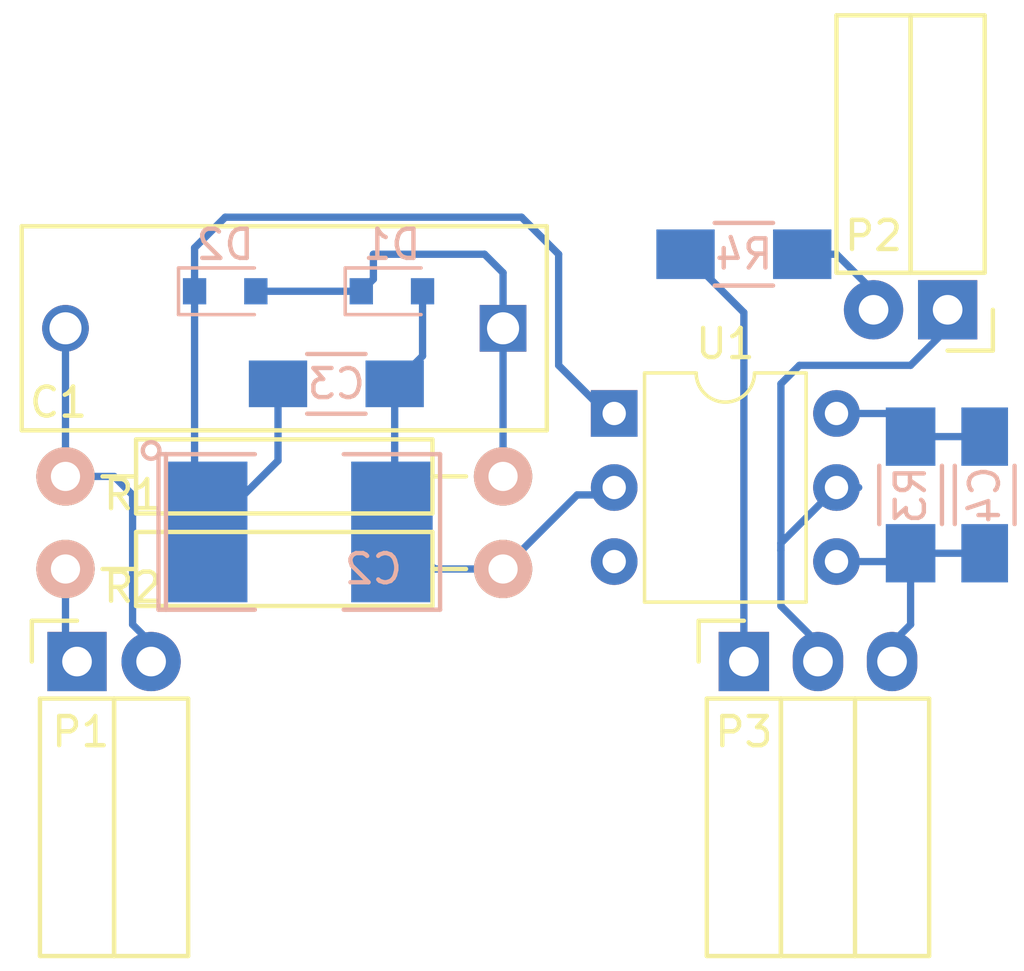
<source format=kicad_pcb>
(kicad_pcb (version 4) (host pcbnew 4.0.5)

  (general
    (links 22)
    (no_connects 0)
    (area 122.454999 83.154999 158.393097 116.870001)
    (thickness 1.6)
    (drawings 4)
    (tracks 62)
    (zones 0)
    (modules 14)
    (nets 11)
  )

  (page A4)
  (layers
    (0 F.Cu signal)
    (31 B.Cu signal)
    (32 B.Adhes user)
    (33 F.Adhes user)
    (34 B.Paste user)
    (35 F.Paste user)
    (36 B.SilkS user)
    (37 F.SilkS user)
    (38 B.Mask user)
    (39 F.Mask user)
    (40 Dwgs.User user)
    (41 Cmts.User user)
    (42 Eco1.User user)
    (43 Eco2.User user)
    (44 Edge.Cuts user)
    (45 Margin user)
    (46 B.CrtYd user)
    (47 F.CrtYd user)
    (48 B.Fab user)
    (49 F.Fab user)
  )

  (setup
    (last_trace_width 0.25)
    (trace_clearance 0.2)
    (zone_clearance 0.508)
    (zone_45_only no)
    (trace_min 0.2)
    (segment_width 0.2)
    (edge_width 0.15)
    (via_size 0.6)
    (via_drill 0.4)
    (via_min_size 0.4)
    (via_min_drill 0.3)
    (uvia_size 0.3)
    (uvia_drill 0.1)
    (uvias_allowed no)
    (uvia_min_size 0.2)
    (uvia_min_drill 0.1)
    (pcb_text_width 0.3)
    (pcb_text_size 1.5 1.5)
    (mod_edge_width 0.15)
    (mod_text_size 1 1)
    (mod_text_width 0.15)
    (pad_size 2.032 2.032)
    (pad_drill 1.016)
    (pad_to_mask_clearance 0.2)
    (aux_axis_origin 0 0)
    (visible_elements 7FFFFFFF)
    (pcbplotparams
      (layerselection 0x00030_80000001)
      (usegerberextensions false)
      (excludeedgelayer true)
      (linewidth 0.100000)
      (plotframeref false)
      (viasonmask false)
      (mode 1)
      (useauxorigin false)
      (hpglpennumber 1)
      (hpglpenspeed 20)
      (hpglpendiameter 15)
      (hpglpenoverlay 2)
      (psnegative false)
      (psa4output false)
      (plotreference true)
      (plotvalue true)
      (plotinvisibletext false)
      (padsonsilk false)
      (subtractmaskfromsilk false)
      (outputformat 1)
      (mirror false)
      (drillshape 1)
      (scaleselection 1)
      (outputdirectory ""))
  )

  (net 0 "")
  (net 1 "Net-(C1-Pad1)")
  (net 2 "Net-(C1-Pad2)")
  (net 3 "Net-(C2-Pad2)")
  (net 4 "Net-(C2-Pad1)")
  (net 5 "Net-(C4-Pad1)")
  (net 6 "Net-(C4-Pad2)")
  (net 7 "Net-(P1-Pad2)")
  (net 8 "Net-(P2-Pad1)")
  (net 9 "Net-(P2-Pad2)")
  (net 10 "Net-(P3-Pad1)")

  (net_class Default "Это класс цепей по умолчанию."
    (clearance 0.2)
    (trace_width 0.25)
    (via_dia 0.6)
    (via_drill 0.4)
    (uvia_dia 0.3)
    (uvia_drill 0.1)
    (add_net "Net-(C1-Pad1)")
    (add_net "Net-(C1-Pad2)")
    (add_net "Net-(C2-Pad1)")
    (add_net "Net-(C2-Pad2)")
    (add_net "Net-(C4-Pad1)")
    (add_net "Net-(C4-Pad2)")
    (add_net "Net-(P1-Pad2)")
    (add_net "Net-(P2-Pad1)")
    (add_net "Net-(P2-Pad2)")
    (add_net "Net-(P3-Pad1)")
  )

  (module Capacitors_THT:C_Rect_L18_W7_P15 (layer F.Cu) (tedit 5872C5A6) (tstamp 58727D62)
    (at 139.7 94.615 180)
    (descr "Film Capacitor Length 18mm x Width 7mm, Pitch 15mm")
    (tags Capacitor)
    (path /587226CD)
    (fp_text reference C1 (at 15.24 -2.54 180) (layer F.SilkS)
      (effects (font (size 1 1) (thickness 0.15)))
    )
    (fp_text value 0.15uF (at 13.97 2.54 180) (layer F.Fab)
      (effects (font (size 1 1) (thickness 0.15)))
    )
    (fp_line (start -1.75 -3.75) (end 16.75 -3.75) (layer F.CrtYd) (width 0.05))
    (fp_line (start 16.75 -3.75) (end 16.75 3.75) (layer F.CrtYd) (width 0.05))
    (fp_line (start 16.75 3.75) (end -1.75 3.75) (layer F.CrtYd) (width 0.05))
    (fp_line (start -1.75 3.75) (end -1.75 -3.75) (layer F.CrtYd) (width 0.05))
    (fp_line (start -1.5 -3.5) (end 16.5 -3.5) (layer F.SilkS) (width 0.15))
    (fp_line (start 16.5 -3.5) (end 16.5 3.5) (layer F.SilkS) (width 0.15))
    (fp_line (start 16.5 3.5) (end -1.5 3.5) (layer F.SilkS) (width 0.15))
    (fp_line (start -1.5 3.5) (end -1.5 -3.5) (layer F.SilkS) (width 0.15))
    (pad 1 thru_hole rect (at 0 0 180) (size 1.6 1.6) (drill 1.1) (layers *.Cu *.Mask)
      (net 1 "Net-(C1-Pad1)"))
    (pad 2 thru_hole circle (at 15 0 180) (size 1.6 1.6) (drill 1.1) (layers *.Cu *.Mask)
      (net 2 "Net-(C1-Pad2)"))
  )

  (module SMD_Packages:SMD-2112_Pol (layer B.Cu) (tedit 5872C5DD) (tstamp 58727D68)
    (at 132.715 101.6)
    (path /58722854)
    (attr smd)
    (fp_text reference C2 (at 2.54 1.27) (layer B.SilkS)
      (effects (font (size 1 1) (thickness 0.15)) (justify mirror))
    )
    (fp_text value 10,0 (at 1.905 -1.27) (layer B.Fab) hide
      (effects (font (size 1 1) (thickness 0.15)) (justify mirror))
    )
    (fp_circle (center -5.08 -2.794) (end -4.826 -2.667) (layer B.SilkS) (width 0.15))
    (fp_line (start -4.572 2.667) (end -4.572 -2.667) (layer B.SilkS) (width 0.15))
    (fp_line (start -4.826 2.667) (end -4.826 -2.667) (layer B.SilkS) (width 0.15))
    (fp_line (start -1.524 -2.667) (end -4.826 -2.667) (layer B.SilkS) (width 0.15))
    (fp_line (start -1.524 2.667) (end -4.826 2.667) (layer B.SilkS) (width 0.15))
    (fp_line (start 1.524 2.667) (end 4.826 2.667) (layer B.SilkS) (width 0.15))
    (fp_line (start 4.826 2.667) (end 4.826 -2.667) (layer B.SilkS) (width 0.15))
    (fp_line (start 4.826 -2.667) (end 1.524 -2.667) (layer B.SilkS) (width 0.15))
    (pad 2 smd rect (at 3.175 0) (size 2.794 4.826) (layers B.Cu B.Paste B.Mask)
      (net 3 "Net-(C2-Pad2)"))
    (pad 1 smd rect (at -3.175 0) (size 2.794 4.826) (layers B.Cu B.Paste B.Mask)
      (net 4 "Net-(C2-Pad1)"))
    (model SMD_Packages.3dshapes/SMD-2112_Pol.wrl
      (at (xyz 0 0 0))
      (scale (xyz 0.3 0.4 0.4))
      (rotate (xyz 0 0 0))
    )
  )

  (module Capacitors_SMD:C_1206_HandSoldering (layer B.Cu) (tedit 5872C5CB) (tstamp 58727D6E)
    (at 133.985 96.52)
    (descr "Capacitor SMD 1206, hand soldering")
    (tags "capacitor 1206")
    (path /587228A9)
    (attr smd)
    (fp_text reference C3 (at 0 0) (layer B.SilkS)
      (effects (font (size 1 1) (thickness 0.15)) (justify mirror))
    )
    (fp_text value 0,1 (at 4.445 0) (layer B.Fab) hide
      (effects (font (size 1 1) (thickness 0.15)) (justify mirror))
    )
    (fp_line (start -1.6 -0.8) (end -1.6 0.8) (layer B.Fab) (width 0.15))
    (fp_line (start 1.6 -0.8) (end -1.6 -0.8) (layer B.Fab) (width 0.15))
    (fp_line (start 1.6 0.8) (end 1.6 -0.8) (layer B.Fab) (width 0.15))
    (fp_line (start -1.6 0.8) (end 1.6 0.8) (layer B.Fab) (width 0.15))
    (fp_line (start -3.3 1.15) (end 3.3 1.15) (layer B.CrtYd) (width 0.05))
    (fp_line (start -3.3 -1.15) (end 3.3 -1.15) (layer B.CrtYd) (width 0.05))
    (fp_line (start -3.3 1.15) (end -3.3 -1.15) (layer B.CrtYd) (width 0.05))
    (fp_line (start 3.3 1.15) (end 3.3 -1.15) (layer B.CrtYd) (width 0.05))
    (fp_line (start 1 1.025) (end -1 1.025) (layer B.SilkS) (width 0.15))
    (fp_line (start -1 -1.025) (end 1 -1.025) (layer B.SilkS) (width 0.15))
    (pad 1 smd rect (at -2 0) (size 2 1.6) (layers B.Cu B.Paste B.Mask)
      (net 4 "Net-(C2-Pad1)"))
    (pad 2 smd rect (at 2 0) (size 2 1.6) (layers B.Cu B.Paste B.Mask)
      (net 3 "Net-(C2-Pad2)"))
    (model Capacitors_SMD.3dshapes/C_1206_HandSoldering.wrl
      (at (xyz 0 0 0))
      (scale (xyz 1 1 1))
      (rotate (xyz 0 0 0))
    )
  )

  (module Capacitors_SMD:C_1206_HandSoldering (layer B.Cu) (tedit 5872C7E4) (tstamp 58727D74)
    (at 156.21 100.33 270)
    (descr "Capacitor SMD 1206, hand soldering")
    (tags "capacitor 1206")
    (path /587232CE)
    (attr smd)
    (fp_text reference C4 (at 0 0 270) (layer B.SilkS)
      (effects (font (size 1 1) (thickness 0.15)) (justify mirror))
    )
    (fp_text value 100pf (at 5.715 0 270) (layer B.Fab) hide
      (effects (font (size 1 1) (thickness 0.15)) (justify mirror))
    )
    (fp_line (start -1.6 -0.8) (end -1.6 0.8) (layer B.Fab) (width 0.15))
    (fp_line (start 1.6 -0.8) (end -1.6 -0.8) (layer B.Fab) (width 0.15))
    (fp_line (start 1.6 0.8) (end 1.6 -0.8) (layer B.Fab) (width 0.15))
    (fp_line (start -1.6 0.8) (end 1.6 0.8) (layer B.Fab) (width 0.15))
    (fp_line (start -3.3 1.15) (end 3.3 1.15) (layer B.CrtYd) (width 0.05))
    (fp_line (start -3.3 -1.15) (end 3.3 -1.15) (layer B.CrtYd) (width 0.05))
    (fp_line (start -3.3 1.15) (end -3.3 -1.15) (layer B.CrtYd) (width 0.05))
    (fp_line (start 3.3 1.15) (end 3.3 -1.15) (layer B.CrtYd) (width 0.05))
    (fp_line (start 1 1.025) (end -1 1.025) (layer B.SilkS) (width 0.15))
    (fp_line (start -1 -1.025) (end 1 -1.025) (layer B.SilkS) (width 0.15))
    (pad 1 smd rect (at -2 0 270) (size 2 1.6) (layers B.Cu B.Paste B.Mask)
      (net 5 "Net-(C4-Pad1)"))
    (pad 2 smd rect (at 2 0 270) (size 2 1.6) (layers B.Cu B.Paste B.Mask)
      (net 6 "Net-(C4-Pad2)"))
    (model Capacitors_SMD.3dshapes/C_1206_HandSoldering.wrl
      (at (xyz 0 0 0))
      (scale (xyz 1 1 1))
      (rotate (xyz 0 0 0))
    )
  )

  (module Diodes_SMD:D_0805 (layer B.Cu) (tedit 58727F12) (tstamp 58727D7A)
    (at 135.89 93.345)
    (descr "Diode SMD in 0805 package")
    (tags "smd diode")
    (path /587227B8)
    (attr smd)
    (fp_text reference D1 (at 0 -1.6) (layer B.SilkS)
      (effects (font (size 1 1) (thickness 0.15)) (justify mirror))
    )
    (fp_text value 4448 (at 0 1.6) (layer B.Fab) hide
      (effects (font (size 1 1) (thickness 0.15)) (justify mirror))
    )
    (fp_line (start -1.6 0.8) (end -1.6 -0.8) (layer B.SilkS) (width 0.12))
    (fp_line (start -1.7 -0.88) (end -1.7 0.88) (layer B.CrtYd) (width 0.05))
    (fp_line (start 1.7 -0.88) (end -1.7 -0.88) (layer B.CrtYd) (width 0.05))
    (fp_line (start 1.7 0.88) (end 1.7 -0.88) (layer B.CrtYd) (width 0.05))
    (fp_line (start -1.7 0.88) (end 1.7 0.88) (layer B.CrtYd) (width 0.05))
    (fp_line (start 0.2 0) (end 0.4 0) (layer B.Fab) (width 0.1))
    (fp_line (start -0.1 0) (end -0.3 0) (layer B.Fab) (width 0.1))
    (fp_line (start -0.1 0.2) (end -0.1 -0.2) (layer B.Fab) (width 0.1))
    (fp_line (start 0.2 -0.2) (end 0.2 0.2) (layer B.Fab) (width 0.1))
    (fp_line (start -0.1 0) (end 0.2 -0.2) (layer B.Fab) (width 0.1))
    (fp_line (start 0.2 0.2) (end -0.1 0) (layer B.Fab) (width 0.1))
    (fp_line (start -1 -0.625) (end -1 0.625) (layer B.Fab) (width 0.12))
    (fp_line (start 1 -0.625) (end -1 -0.625) (layer B.Fab) (width 0.12))
    (fp_line (start 1 0.625) (end 1 -0.625) (layer B.Fab) (width 0.12))
    (fp_line (start -1 0.625) (end 1 0.625) (layer B.Fab) (width 0.12))
    (fp_line (start -1.6 -0.8) (end 1 -0.8) (layer B.SilkS) (width 0.12))
    (fp_line (start -1.6 0.8) (end 1 0.8) (layer B.SilkS) (width 0.12))
    (pad 1 smd rect (at -1.05 0) (size 0.8 0.9) (layers B.Cu B.Paste B.Mask)
      (net 1 "Net-(C1-Pad1)"))
    (pad 2 smd rect (at 1.05 0) (size 0.8 0.9) (layers B.Cu B.Paste B.Mask)
      (net 3 "Net-(C2-Pad2)"))
  )

  (module Diodes_SMD:D_0805 (layer B.Cu) (tedit 58727F03) (tstamp 58727D80)
    (at 130.175 93.345)
    (descr "Diode SMD in 0805 package")
    (tags "smd diode")
    (path /58722803)
    (attr smd)
    (fp_text reference D2 (at 0 -1.6) (layer B.SilkS)
      (effects (font (size 1 1) (thickness 0.15)) (justify mirror))
    )
    (fp_text value 4448 (at 0 1.6) (layer B.Fab) hide
      (effects (font (size 1 1) (thickness 0.15)) (justify mirror))
    )
    (fp_line (start -1.6 0.8) (end -1.6 -0.8) (layer B.SilkS) (width 0.12))
    (fp_line (start -1.7 -0.88) (end -1.7 0.88) (layer B.CrtYd) (width 0.05))
    (fp_line (start 1.7 -0.88) (end -1.7 -0.88) (layer B.CrtYd) (width 0.05))
    (fp_line (start 1.7 0.88) (end 1.7 -0.88) (layer B.CrtYd) (width 0.05))
    (fp_line (start -1.7 0.88) (end 1.7 0.88) (layer B.CrtYd) (width 0.05))
    (fp_line (start 0.2 0) (end 0.4 0) (layer B.Fab) (width 0.1))
    (fp_line (start -0.1 0) (end -0.3 0) (layer B.Fab) (width 0.1))
    (fp_line (start -0.1 0.2) (end -0.1 -0.2) (layer B.Fab) (width 0.1))
    (fp_line (start 0.2 -0.2) (end 0.2 0.2) (layer B.Fab) (width 0.1))
    (fp_line (start -0.1 0) (end 0.2 -0.2) (layer B.Fab) (width 0.1))
    (fp_line (start 0.2 0.2) (end -0.1 0) (layer B.Fab) (width 0.1))
    (fp_line (start -1 -0.625) (end -1 0.625) (layer B.Fab) (width 0.12))
    (fp_line (start 1 -0.625) (end -1 -0.625) (layer B.Fab) (width 0.12))
    (fp_line (start 1 0.625) (end 1 -0.625) (layer B.Fab) (width 0.12))
    (fp_line (start -1 0.625) (end 1 0.625) (layer B.Fab) (width 0.12))
    (fp_line (start -1.6 -0.8) (end 1 -0.8) (layer B.SilkS) (width 0.12))
    (fp_line (start -1.6 0.8) (end 1 0.8) (layer B.SilkS) (width 0.12))
    (pad 1 smd rect (at -1.05 0) (size 0.8 0.9) (layers B.Cu B.Paste B.Mask)
      (net 4 "Net-(C2-Pad1)"))
    (pad 2 smd rect (at 1.05 0) (size 0.8 0.9) (layers B.Cu B.Paste B.Mask)
      (net 1 "Net-(C1-Pad1)"))
  )

  (module Socket_Strips:Socket_Strip_Angled_1x02 (layer F.Cu) (tedit 5872C6F6) (tstamp 58727D86)
    (at 125.095 106.045)
    (descr "Through hole socket strip")
    (tags "socket strip")
    (path /58722A38)
    (fp_text reference P1 (at 0.127 2.413) (layer F.SilkS)
      (effects (font (size 1 1) (thickness 0.15)))
    )
    (fp_text value In (at 2.667 2.413) (layer F.Fab)
      (effects (font (size 1 1) (thickness 0.15)))
    )
    (fp_line (start -1.75 -1.5) (end -1.75 10.6) (layer F.CrtYd) (width 0.05))
    (fp_line (start 4.3 -1.5) (end 4.3 10.6) (layer F.CrtYd) (width 0.05))
    (fp_line (start -1.75 -1.5) (end 4.3 -1.5) (layer F.CrtYd) (width 0.05))
    (fp_line (start -1.75 10.6) (end 4.3 10.6) (layer F.CrtYd) (width 0.05))
    (fp_line (start 3.81 10.1) (end 3.81 1.27) (layer F.SilkS) (width 0.15))
    (fp_line (start 1.27 10.1) (end 3.81 10.1) (layer F.SilkS) (width 0.15))
    (fp_line (start 1.27 1.27) (end 1.27 10.1) (layer F.SilkS) (width 0.15))
    (fp_line (start 1.27 1.27) (end 3.81 1.27) (layer F.SilkS) (width 0.15))
    (fp_line (start -1.27 1.27) (end 1.27 1.27) (layer F.SilkS) (width 0.15))
    (fp_line (start 0 -1.4) (end -1.55 -1.4) (layer F.SilkS) (width 0.15))
    (fp_line (start -1.55 -1.4) (end -1.55 0) (layer F.SilkS) (width 0.15))
    (fp_line (start -1.27 1.27) (end -1.27 10.1) (layer F.SilkS) (width 0.15))
    (fp_line (start -1.27 10.1) (end 1.27 10.1) (layer F.SilkS) (width 0.15))
    (fp_line (start 1.27 10.1) (end 1.27 1.27) (layer F.SilkS) (width 0.15))
    (pad 1 thru_hole rect (at 0 0) (size 2.032 2.032) (drill 1.016) (layers *.Cu *.Mask)
      (net 7 "Net-(P1-Pad2)"))
    (pad 2 thru_hole oval (at 2.54 0) (size 2.032 2.032) (drill 1.016) (layers *.Cu *.Mask)
      (net 2 "Net-(C1-Pad2)"))
    (model Socket_Strips.3dshapes/Socket_Strip_Angled_1x02.wrl
      (at (xyz 0.05 0 0))
      (scale (xyz 1 1 1))
      (rotate (xyz 0 0 180))
    )
  )

  (module Socket_Strips:Socket_Strip_Angled_1x02 (layer F.Cu) (tedit 5872C530) (tstamp 58727D8C)
    (at 154.94 93.98 180)
    (descr "Through hole socket strip")
    (tags "socket strip")
    (path /58722BF7)
    (fp_text reference P2 (at 2.54 2.54 180) (layer F.SilkS)
      (effects (font (size 1 1) (thickness 0.15)))
    )
    (fp_text value Led (at 0 2.54 180) (layer F.Fab)
      (effects (font (size 1 1) (thickness 0.15)))
    )
    (fp_line (start -1.75 -1.5) (end -1.75 10.6) (layer F.CrtYd) (width 0.05))
    (fp_line (start 4.3 -1.5) (end 4.3 10.6) (layer F.CrtYd) (width 0.05))
    (fp_line (start -1.75 -1.5) (end 4.3 -1.5) (layer F.CrtYd) (width 0.05))
    (fp_line (start -1.75 10.6) (end 4.3 10.6) (layer F.CrtYd) (width 0.05))
    (fp_line (start 3.81 10.1) (end 3.81 1.27) (layer F.SilkS) (width 0.15))
    (fp_line (start 1.27 10.1) (end 3.81 10.1) (layer F.SilkS) (width 0.15))
    (fp_line (start 1.27 1.27) (end 1.27 10.1) (layer F.SilkS) (width 0.15))
    (fp_line (start 1.27 1.27) (end 3.81 1.27) (layer F.SilkS) (width 0.15))
    (fp_line (start -1.27 1.27) (end 1.27 1.27) (layer F.SilkS) (width 0.15))
    (fp_line (start 0 -1.4) (end -1.55 -1.4) (layer F.SilkS) (width 0.15))
    (fp_line (start -1.55 -1.4) (end -1.55 0) (layer F.SilkS) (width 0.15))
    (fp_line (start -1.27 1.27) (end -1.27 10.1) (layer F.SilkS) (width 0.15))
    (fp_line (start -1.27 10.1) (end 1.27 10.1) (layer F.SilkS) (width 0.15))
    (fp_line (start 1.27 10.1) (end 1.27 1.27) (layer F.SilkS) (width 0.15))
    (pad 1 thru_hole rect (at 0 0 180) (size 2.032 2.032) (drill 1.016) (layers *.Cu *.Mask)
      (net 8 "Net-(P2-Pad1)"))
    (pad 2 thru_hole oval (at 2.54 0 180) (size 2.032 2.032) (drill 1.016) (layers *.Cu *.Mask)
      (net 9 "Net-(P2-Pad2)"))
    (model Socket_Strips.3dshapes/Socket_Strip_Angled_1x02.wrl
      (at (xyz 0.05 0 0))
      (scale (xyz 1 1 1))
      (rotate (xyz 0 0 180))
    )
  )

  (module Socket_Strips:Socket_Strip_Angled_1x03 (layer F.Cu) (tedit 5872C3B9) (tstamp 58727D93)
    (at 147.955 106.045)
    (descr "Through hole socket strip")
    (tags "socket strip")
    (path /58722B6A)
    (fp_text reference P3 (at 0 2.413) (layer F.SilkS)
      (effects (font (size 1 1) (thickness 0.15)))
    )
    (fp_text value Out (at 2.54 2.413) (layer F.Fab)
      (effects (font (size 1 1) (thickness 0.15)))
    )
    (fp_line (start -1.75 -1.5) (end -1.75 10.6) (layer F.CrtYd) (width 0.05))
    (fp_line (start 6.85 -1.5) (end 6.85 10.6) (layer F.CrtYd) (width 0.05))
    (fp_line (start -1.75 -1.5) (end 6.85 -1.5) (layer F.CrtYd) (width 0.05))
    (fp_line (start -1.75 10.6) (end 6.85 10.6) (layer F.CrtYd) (width 0.05))
    (fp_line (start 3.81 1.27) (end 6.35 1.27) (layer F.SilkS) (width 0.15))
    (fp_line (start 3.81 10.1) (end 6.35 10.1) (layer F.SilkS) (width 0.15))
    (fp_line (start 6.35 10.1) (end 6.35 1.27) (layer F.SilkS) (width 0.15))
    (fp_line (start 3.81 10.1) (end 3.81 1.27) (layer F.SilkS) (width 0.15))
    (fp_line (start 1.27 10.1) (end 3.81 10.1) (layer F.SilkS) (width 0.15))
    (fp_line (start 1.27 1.27) (end 1.27 10.1) (layer F.SilkS) (width 0.15))
    (fp_line (start 1.27 1.27) (end 3.81 1.27) (layer F.SilkS) (width 0.15))
    (fp_line (start -1.27 1.27) (end 1.27 1.27) (layer F.SilkS) (width 0.15))
    (fp_line (start 0 -1.4) (end -1.55 -1.4) (layer F.SilkS) (width 0.15))
    (fp_line (start -1.55 -1.4) (end -1.55 0) (layer F.SilkS) (width 0.15))
    (fp_line (start -1.27 1.27) (end -1.27 10.1) (layer F.SilkS) (width 0.15))
    (fp_line (start -1.27 10.1) (end 1.27 10.1) (layer F.SilkS) (width 0.15))
    (fp_line (start 1.27 10.1) (end 1.27 1.27) (layer F.SilkS) (width 0.15))
    (pad 1 thru_hole rect (at 0 0) (size 1.7272 2.032) (drill 1.016) (layers *.Cu *.Mask)
      (net 10 "Net-(P3-Pad1)"))
    (pad 2 thru_hole oval (at 2.54 0) (size 1.7272 2.032) (drill 1.016) (layers *.Cu *.Mask)
      (net 8 "Net-(P2-Pad1)"))
    (pad 3 thru_hole oval (at 5.08 0) (size 1.7272 2.032) (drill 1.016) (layers *.Cu *.Mask)
      (net 6 "Net-(C4-Pad2)"))
    (model Socket_Strips.3dshapes/Socket_Strip_Angled_1x03.wrl
      (at (xyz 0.1 0 0))
      (scale (xyz 1 1 1))
      (rotate (xyz 0 0 180))
    )
  )

  (module Resistors_THT:Resistor_Horizontal_RM15mm (layer F.Cu) (tedit 5872C590) (tstamp 58727D99)
    (at 139.7 99.695 180)
    (descr "Resistor, Axial, RM 15mm,")
    (tags "Resistor Axial RM 15mm")
    (path /58722739)
    (fp_text reference R1 (at 12.7 -0.635 180) (layer F.SilkS)
      (effects (font (size 1 1) (thickness 0.15)))
    )
    (fp_text value 3m (at 12.7 0.635 180) (layer F.Fab) hide
      (effects (font (size 1 1) (thickness 0.15)))
    )
    (fp_line (start -1.25 1.5) (end -1.25 -1.5) (layer F.CrtYd) (width 0.05))
    (fp_line (start -1.25 -1.5) (end 16.25 -1.5) (layer F.CrtYd) (width 0.05))
    (fp_line (start 16.25 -1.5) (end 16.25 1.5) (layer F.CrtYd) (width 0.05))
    (fp_line (start 16.25 1.5) (end -1.25 1.5) (layer F.CrtYd) (width 0.05))
    (fp_line (start 2.42 -1.27) (end 2.42 1.27) (layer F.SilkS) (width 0.15))
    (fp_line (start 2.42 1.27) (end 12.58 1.27) (layer F.SilkS) (width 0.15))
    (fp_line (start 12.58 1.27) (end 12.58 -1.27) (layer F.SilkS) (width 0.15))
    (fp_line (start 12.58 -1.27) (end 2.42 -1.27) (layer F.SilkS) (width 0.15))
    (fp_line (start 13.73 0) (end 12.58 0) (layer F.SilkS) (width 0.15))
    (fp_line (start 1.27 0) (end 2.42 0) (layer F.SilkS) (width 0.15))
    (pad 1 thru_hole circle (at 0 0 180) (size 1.99898 1.99898) (drill 1.00076) (layers *.Cu *.SilkS *.Mask)
      (net 1 "Net-(C1-Pad1)"))
    (pad 2 thru_hole circle (at 15 0 180) (size 1.99898 1.99898) (drill 1.00076) (layers *.Cu *.SilkS *.Mask)
      (net 2 "Net-(C1-Pad2)"))
    (model Resistors_ThroughHole.3dshapes/Resistor_Horizontal_RM15mm.wrl
      (at (xyz 0.295 0 0))
      (scale (xyz 0.395 0.4 0.4))
      (rotate (xyz 0 0 0))
    )
  )

  (module Resistors_THT:Resistor_Horizontal_RM15mm (layer F.Cu) (tedit 5872C57B) (tstamp 58727D9F)
    (at 139.7 102.87 180)
    (descr "Resistor, Axial, RM 15mm,")
    (tags "Resistor Axial RM 15mm")
    (path /587226F8)
    (fp_text reference R2 (at 12.7 -0.635 180) (layer F.SilkS)
      (effects (font (size 1 1) (thickness 0.15)))
    )
    (fp_text value "10k 1W" (at 6.985 -2.54 180) (layer F.Fab) hide
      (effects (font (size 1 1) (thickness 0.15)))
    )
    (fp_line (start -1.25 1.5) (end -1.25 -1.5) (layer F.CrtYd) (width 0.05))
    (fp_line (start -1.25 -1.5) (end 16.25 -1.5) (layer F.CrtYd) (width 0.05))
    (fp_line (start 16.25 -1.5) (end 16.25 1.5) (layer F.CrtYd) (width 0.05))
    (fp_line (start 16.25 1.5) (end -1.25 1.5) (layer F.CrtYd) (width 0.05))
    (fp_line (start 2.42 -1.27) (end 2.42 1.27) (layer F.SilkS) (width 0.15))
    (fp_line (start 2.42 1.27) (end 12.58 1.27) (layer F.SilkS) (width 0.15))
    (fp_line (start 12.58 1.27) (end 12.58 -1.27) (layer F.SilkS) (width 0.15))
    (fp_line (start 12.58 -1.27) (end 2.42 -1.27) (layer F.SilkS) (width 0.15))
    (fp_line (start 13.73 0) (end 12.58 0) (layer F.SilkS) (width 0.15))
    (fp_line (start 1.27 0) (end 2.42 0) (layer F.SilkS) (width 0.15))
    (pad 1 thru_hole circle (at 0 0 180) (size 1.99898 1.99898) (drill 1.00076) (layers *.Cu *.SilkS *.Mask)
      (net 3 "Net-(C2-Pad2)"))
    (pad 2 thru_hole circle (at 15 0 180) (size 1.99898 1.99898) (drill 1.00076) (layers *.Cu *.SilkS *.Mask)
      (net 7 "Net-(P1-Pad2)"))
    (model Resistors_ThroughHole.3dshapes/Resistor_Horizontal_RM15mm.wrl
      (at (xyz 0.295 0 0))
      (scale (xyz 0.395 0.4 0.4))
      (rotate (xyz 0 0 0))
    )
  )

  (module Resistors_SMD:R_1206_HandSoldering (layer B.Cu) (tedit 5872C32F) (tstamp 58727DA5)
    (at 153.67 100.33 90)
    (descr "Resistor SMD 1206, hand soldering")
    (tags "resistor 1206")
    (path /587231B1)
    (attr smd)
    (fp_text reference R3 (at 0 0 90) (layer B.SilkS)
      (effects (font (size 1 1) (thickness 0.15)) (justify mirror))
    )
    (fp_text value 470k (at 0 -2.3 90) (layer B.Fab) hide
      (effects (font (size 1 1) (thickness 0.15)) (justify mirror))
    )
    (fp_line (start -1.6 -0.8) (end -1.6 0.8) (layer B.Fab) (width 0.1))
    (fp_line (start 1.6 -0.8) (end -1.6 -0.8) (layer B.Fab) (width 0.1))
    (fp_line (start 1.6 0.8) (end 1.6 -0.8) (layer B.Fab) (width 0.1))
    (fp_line (start -1.6 0.8) (end 1.6 0.8) (layer B.Fab) (width 0.1))
    (fp_line (start -3.3 1.2) (end 3.3 1.2) (layer B.CrtYd) (width 0.05))
    (fp_line (start -3.3 -1.2) (end 3.3 -1.2) (layer B.CrtYd) (width 0.05))
    (fp_line (start -3.3 1.2) (end -3.3 -1.2) (layer B.CrtYd) (width 0.05))
    (fp_line (start 3.3 1.2) (end 3.3 -1.2) (layer B.CrtYd) (width 0.05))
    (fp_line (start 1 -1.075) (end -1 -1.075) (layer B.SilkS) (width 0.15))
    (fp_line (start -1 1.075) (end 1 1.075) (layer B.SilkS) (width 0.15))
    (pad 1 smd rect (at -2 0 90) (size 2 1.7) (layers B.Cu B.Paste B.Mask)
      (net 6 "Net-(C4-Pad2)"))
    (pad 2 smd rect (at 2 0 90) (size 2 1.7) (layers B.Cu B.Paste B.Mask)
      (net 5 "Net-(C4-Pad1)"))
    (model Resistors_SMD.3dshapes/R_1206_HandSoldering.wrl
      (at (xyz 0 0 0))
      (scale (xyz 1 1 1))
      (rotate (xyz 0 0 0))
    )
  )

  (module Resistors_SMD:R_1206_HandSoldering (layer B.Cu) (tedit 5872C39B) (tstamp 58727DAB)
    (at 147.955 92.075 180)
    (descr "Resistor SMD 1206, hand soldering")
    (tags "resistor 1206")
    (path /587229E1)
    (attr smd)
    (fp_text reference R4 (at 0 0 180) (layer B.SilkS)
      (effects (font (size 1 1) (thickness 0.15)) (justify mirror))
    )
    (fp_text value "4,7k (10ma) or 12k (2ma)" (at 0 -2.3 180) (layer B.Fab) hide
      (effects (font (size 1 1) (thickness 0.15)) (justify mirror))
    )
    (fp_line (start -1.6 -0.8) (end -1.6 0.8) (layer B.Fab) (width 0.1))
    (fp_line (start 1.6 -0.8) (end -1.6 -0.8) (layer B.Fab) (width 0.1))
    (fp_line (start 1.6 0.8) (end 1.6 -0.8) (layer B.Fab) (width 0.1))
    (fp_line (start -1.6 0.8) (end 1.6 0.8) (layer B.Fab) (width 0.1))
    (fp_line (start -3.3 1.2) (end 3.3 1.2) (layer B.CrtYd) (width 0.05))
    (fp_line (start -3.3 -1.2) (end 3.3 -1.2) (layer B.CrtYd) (width 0.05))
    (fp_line (start -3.3 1.2) (end -3.3 -1.2) (layer B.CrtYd) (width 0.05))
    (fp_line (start 3.3 1.2) (end 3.3 -1.2) (layer B.CrtYd) (width 0.05))
    (fp_line (start 1 -1.075) (end -1 -1.075) (layer B.SilkS) (width 0.15))
    (fp_line (start -1 1.075) (end 1 1.075) (layer B.SilkS) (width 0.15))
    (pad 1 smd rect (at -2 0 180) (size 2 1.7) (layers B.Cu B.Paste B.Mask)
      (net 9 "Net-(P2-Pad2)"))
    (pad 2 smd rect (at 2 0 180) (size 2 1.7) (layers B.Cu B.Paste B.Mask)
      (net 10 "Net-(P3-Pad1)"))
    (model Resistors_SMD.3dshapes/R_1206_HandSoldering.wrl
      (at (xyz 0 0 0))
      (scale (xyz 1 1 1))
      (rotate (xyz 0 0 0))
    )
  )

  (module Housings_DIP:DIP-6_W7.62mm (layer F.Cu) (tedit 5872C3CE) (tstamp 58727DB5)
    (at 143.51 97.536)
    (descr "6-lead dip package, row spacing 7.62 mm (300 mils)")
    (tags "DIL DIP PDIP 2.54mm 7.62mm 300mil")
    (path /587228F9)
    (fp_text reference U1 (at 3.81 -2.39) (layer F.SilkS)
      (effects (font (size 1 1) (thickness 0.15)))
    )
    (fp_text value 4N35 (at 3.81 4.064) (layer F.Fab)
      (effects (font (size 1 1) (thickness 0.15)))
    )
    (fp_arc (start 3.81 -1.39) (end 2.81 -1.39) (angle -180) (layer F.SilkS) (width 0.12))
    (fp_line (start 1.635 -1.27) (end 6.985 -1.27) (layer F.Fab) (width 0.1))
    (fp_line (start 6.985 -1.27) (end 6.985 6.35) (layer F.Fab) (width 0.1))
    (fp_line (start 6.985 6.35) (end 0.635 6.35) (layer F.Fab) (width 0.1))
    (fp_line (start 0.635 6.35) (end 0.635 -0.27) (layer F.Fab) (width 0.1))
    (fp_line (start 0.635 -0.27) (end 1.635 -1.27) (layer F.Fab) (width 0.1))
    (fp_line (start 2.81 -1.39) (end 1.04 -1.39) (layer F.SilkS) (width 0.12))
    (fp_line (start 1.04 -1.39) (end 1.04 6.47) (layer F.SilkS) (width 0.12))
    (fp_line (start 1.04 6.47) (end 6.58 6.47) (layer F.SilkS) (width 0.12))
    (fp_line (start 6.58 6.47) (end 6.58 -1.39) (layer F.SilkS) (width 0.12))
    (fp_line (start 6.58 -1.39) (end 4.81 -1.39) (layer F.SilkS) (width 0.12))
    (fp_line (start -1.1 -1.6) (end -1.1 6.6) (layer F.CrtYd) (width 0.05))
    (fp_line (start -1.1 6.6) (end 8.7 6.6) (layer F.CrtYd) (width 0.05))
    (fp_line (start 8.7 6.6) (end 8.7 -1.6) (layer F.CrtYd) (width 0.05))
    (fp_line (start 8.7 -1.6) (end -1.1 -1.6) (layer F.CrtYd) (width 0.05))
    (pad 1 thru_hole rect (at 0 0) (size 1.6 1.6) (drill 0.8) (layers *.Cu *.Mask)
      (net 4 "Net-(C2-Pad1)"))
    (pad 4 thru_hole oval (at 7.62 5.08) (size 1.6 1.6) (drill 0.8) (layers *.Cu *.Mask)
      (net 6 "Net-(C4-Pad2)"))
    (pad 2 thru_hole oval (at 0 2.54) (size 1.6 1.6) (drill 0.8) (layers *.Cu *.Mask)
      (net 3 "Net-(C2-Pad2)"))
    (pad 5 thru_hole oval (at 7.62 2.54) (size 1.6 1.6) (drill 0.8) (layers *.Cu *.Mask)
      (net 8 "Net-(P2-Pad1)"))
    (pad 3 thru_hole oval (at 0 5.08) (size 1.6 1.6) (drill 0.8) (layers *.Cu *.Mask))
    (pad 6 thru_hole oval (at 7.62 0) (size 1.6 1.6) (drill 0.8) (layers *.Cu *.Mask)
      (net 5 "Net-(C4-Pad1)"))
    (model Housings_DIP.3dshapes/DIP-6_W7.62mm.wrl
      (at (xyz 0 0 0))
      (scale (xyz 1 1 1))
      (rotate (xyz 0 0 0))
    )
  )

  (gr_line (start 122.555 109.855) (end 122.555 90.17) (angle 90) (layer Margin) (width 0.2))
  (gr_line (start 157.48 109.855) (end 122.555 109.855) (angle 90) (layer Margin) (width 0.2))
  (gr_line (start 157.48 90.17) (end 157.48 109.855) (angle 90) (layer Margin) (width 0.2))
  (gr_line (start 122.555 90.17) (end 157.48 90.17) (angle 90) (layer Margin) (width 0.2))

  (segment (start 131.225 93.345) (end 134.84 93.345) (width 0.25) (layer B.Cu) (net 1))
  (segment (start 134.84 93.345) (end 135.255 92.93) (width 0.25) (layer B.Cu) (net 1) (tstamp 5872C2BC))
  (segment (start 135.255 92.93) (end 135.255 92.075) (width 0.25) (layer B.Cu) (net 1) (tstamp 5872C2BE))
  (segment (start 135.255 92.075) (end 139.065 92.075) (width 0.25) (layer B.Cu) (net 1) (tstamp 5872C2C0))
  (segment (start 139.065 92.075) (end 139.7 92.71) (width 0.25) (layer B.Cu) (net 1) (tstamp 5872C2C1))
  (segment (start 139.7 92.71) (end 139.7 94.615) (width 0.25) (layer B.Cu) (net 1) (tstamp 5872C2C5))
  (segment (start 139.7 99.695) (end 139.7 94.615) (width 0.25) (layer B.Cu) (net 1))
  (segment (start 127.635 106.045) (end 127.635 105.41) (width 0.25) (layer B.Cu) (net 2))
  (segment (start 127.635 105.41) (end 127 104.775) (width 0.25) (layer B.Cu) (net 2) (tstamp 5872C716))
  (segment (start 126.365 99.695) (end 124.7 99.695) (width 0.25) (layer B.Cu) (net 2) (tstamp 5872C71E))
  (segment (start 127 100.33) (end 126.365 99.695) (width 0.25) (layer B.Cu) (net 2) (tstamp 5872C71C))
  (segment (start 127 104.775) (end 127 100.33) (width 0.25) (layer B.Cu) (net 2) (tstamp 5872C717))
  (segment (start 124.7 99.695) (end 124.7 94.615) (width 0.25) (layer B.Cu) (net 2))
  (segment (start 139.7 102.87) (end 142.24 100.33) (width 0.25) (layer B.Cu) (net 3))
  (segment (start 142.24 100.33) (end 143.256 100.33) (width 0.25) (layer B.Cu) (net 3) (tstamp 5872C637))
  (segment (start 143.256 100.33) (end 143.51 100.076) (width 0.25) (layer B.Cu) (net 3) (tstamp 5872C639))
  (segment (start 135.985 96.52) (end 135.985 101.505) (width 0.25) (layer B.Cu) (net 3))
  (segment (start 135.985 101.505) (end 137.35 102.87) (width 0.25) (layer B.Cu) (net 3) (tstamp 5872C2A5))
  (segment (start 137.35 102.87) (end 139.7 102.87) (width 0.25) (layer B.Cu) (net 3) (tstamp 5872C2A6))
  (segment (start 136.94 93.345) (end 136.94 95.565) (width 0.25) (layer B.Cu) (net 3))
  (segment (start 136.94 95.565) (end 135.985 96.52) (width 0.25) (layer B.Cu) (net 3) (tstamp 5872C2A2))
  (segment (start 143.51 97.536) (end 143.256 97.536) (width 0.25) (layer B.Cu) (net 4))
  (segment (start 143.256 97.536) (end 141.605 95.885) (width 0.25) (layer B.Cu) (net 4) (tstamp 5872C643))
  (segment (start 141.605 95.885) (end 141.605 92.075) (width 0.25) (layer B.Cu) (net 4) (tstamp 5872C645))
  (segment (start 141.605 92.075) (end 140.335 90.805) (width 0.25) (layer B.Cu) (net 4) (tstamp 5872C648))
  (segment (start 140.335 90.805) (end 130.175 90.805) (width 0.25) (layer B.Cu) (net 4) (tstamp 5872C64C))
  (segment (start 130.175 90.805) (end 129.125 91.855) (width 0.25) (layer B.Cu) (net 4) (tstamp 5872C650))
  (segment (start 129.125 91.855) (end 129.125 93.345) (width 0.25) (layer B.Cu) (net 4) (tstamp 5872C653))
  (segment (start 131.985 96.52) (end 131.985 99.155) (width 0.25) (layer B.Cu) (net 4))
  (segment (start 131.985 99.155) (end 129.54 101.6) (width 0.25) (layer B.Cu) (net 4) (tstamp 5872C2AD))
  (segment (start 129.125 93.345) (end 129.125 101.185) (width 0.25) (layer B.Cu) (net 4))
  (segment (start 129.125 101.185) (end 129.54 101.6) (width 0.25) (layer B.Cu) (net 4) (tstamp 5872C2AA))
  (segment (start 151.13 97.536) (end 152.876 97.536) (width 0.25) (layer B.Cu) (net 5))
  (segment (start 152.876 97.536) (end 153.67 98.33) (width 0.25) (layer B.Cu) (net 5) (tstamp 5872C66F))
  (segment (start 153.67 98.33) (end 156.21 98.33) (width 0.25) (layer B.Cu) (net 5) (tstamp 5872C671))
  (segment (start 151.13 102.616) (end 153.384 102.616) (width 0.25) (layer B.Cu) (net 6))
  (segment (start 153.384 102.616) (end 153.67 102.33) (width 0.25) (layer B.Cu) (net 6) (tstamp 5872C666))
  (segment (start 153.035 106.045) (end 153.035 105.41) (width 0.25) (layer B.Cu) (net 6))
  (segment (start 153.035 105.41) (end 153.67 104.775) (width 0.25) (layer B.Cu) (net 6) (tstamp 5872C660))
  (segment (start 153.67 104.775) (end 153.67 102.33) (width 0.25) (layer B.Cu) (net 6) (tstamp 5872C663))
  (segment (start 156.21 102.33) (end 153.67 102.33) (width 0.25) (layer B.Cu) (net 6))
  (segment (start 124.7 102.87) (end 124.7 105.65) (width 0.25) (layer B.Cu) (net 7))
  (segment (start 124.7 105.65) (end 125.095 106.045) (width 0.25) (layer B.Cu) (net 7) (tstamp 5872C713))
  (segment (start 125.095 106.045) (end 124.46 106.045) (width 0.25) (layer B.Cu) (net 7))
  (segment (start 124.7 102.87) (end 125.095 102.87) (width 0.25) (layer B.Cu) (net 7))
  (segment (start 154.94 93.98) (end 154.94 94.615) (width 0.25) (layer B.Cu) (net 8))
  (segment (start 154.94 94.615) (end 153.67 95.885) (width 0.25) (layer B.Cu) (net 8) (tstamp 5872C68B))
  (segment (start 153.67 95.885) (end 149.86 95.885) (width 0.25) (layer B.Cu) (net 8) (tstamp 5872C68E))
  (segment (start 149.86 95.885) (end 149.225 96.52) (width 0.25) (layer B.Cu) (net 8) (tstamp 5872C691))
  (segment (start 149.225 96.52) (end 149.225 102.235) (width 0.25) (layer B.Cu) (net 8) (tstamp 5872C692))
  (segment (start 150.495 106.045) (end 150.495 105.41) (width 0.25) (layer B.Cu) (net 8))
  (segment (start 150.495 105.41) (end 149.225 104.14) (width 0.25) (layer B.Cu) (net 8) (tstamp 5872C674))
  (segment (start 149.225 104.14) (end 149.225 102.235) (width 0.25) (layer B.Cu) (net 8) (tstamp 5872C676))
  (segment (start 149.225 102.235) (end 149.225 101.981) (width 0.25) (layer B.Cu) (net 8) (tstamp 5872C696))
  (segment (start 149.225 101.981) (end 151.13 100.076) (width 0.25) (layer B.Cu) (net 8) (tstamp 5872C67B))
  (segment (start 151.13 100.076) (end 151.892 100.076) (width 0.25) (layer B.Cu) (net 8))
  (segment (start 149.86 106.172) (end 149.86 105.918) (width 0.25) (layer B.Cu) (net 8))
  (segment (start 152.4 93.98) (end 152.4 93.345) (width 0.25) (layer B.Cu) (net 9) (status C00000))
  (segment (start 152.4 93.345) (end 151.13 92.075) (width 0.25) (layer B.Cu) (net 9) (tstamp 5872C77E) (status 400000))
  (segment (start 151.13 92.075) (end 149.955 92.075) (width 0.25) (layer B.Cu) (net 9) (tstamp 5872C77F) (status 800000))
  (segment (start 147.955 106.045) (end 147.955 94.075) (width 0.25) (layer B.Cu) (net 10) (status 400000))
  (segment (start 147.955 94.075) (end 145.955 92.075) (width 0.25) (layer B.Cu) (net 10) (tstamp 5872C783) (status 800000))

)

</source>
